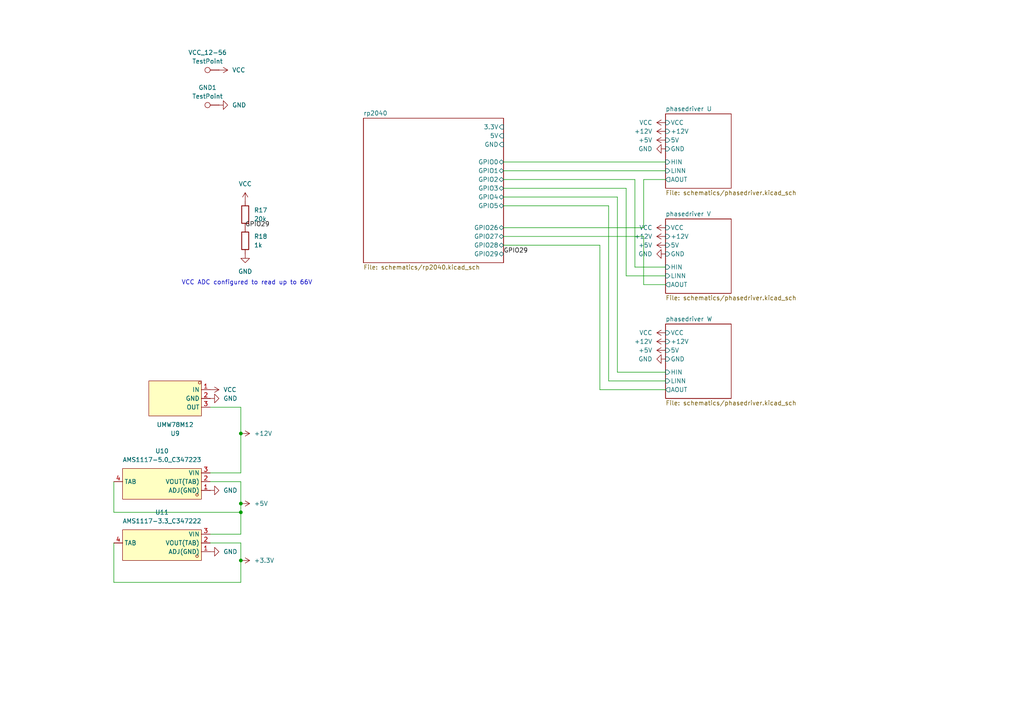
<source format=kicad_sch>
(kicad_sch (version 20250114) (generator "eeschema") (generator_version "9.0")
  (paper "A4")
  (lib_symbols
    (symbol "Connector:TestPoint" (pin_numbers (hide yes)) (pin_names (offset 0.762) (hide yes))
      (property "Reference" "TP" (at 0 6.858 0))
      (property "Value" "TestPoint" (at 0 5.08 0))
      (symbol "TestPoint_0_1"
        (circle (center 0 3.302) (radius 0.762))
      )
      (symbol "TestPoint_1_1"
        (pin passive line (at 0 0 90) (length 2.54) (name "1") (number "1"))
      )
    )
    (symbol "Device:R" (pin_numbers (hide yes)) (pin_names (offset 0))
      (property "Reference" "R" (at 2.032 0 90))
      (property "Value" "R" (at 0 0 90))
      (symbol "R_0_1"
        (rectangle (start -1.016 -2.54) (end 1.016 2.54) (stroke (width 0.254)))
      )
      (symbol "R_1_1"
        (pin passive line (at 0 3.81 270) (length 1.27) (name "~") (number "1"))
        (pin passive line (at 0 -3.81 90) (length 1.27) (name "~") (number "2"))
      )
    )
    (symbol "easyeda2kicad:AMS1117-3.3_C347222"
      (property "Reference" "U" (at 0 7.62 0))
      (property "Value" "AMS1117-3.3_C347222" (at 0 -7.62 0))
      (symbol "AMS1117-3.3_C347222_0_1"
        (rectangle (start -12.7 5.08) (end 10.16 -3.81) (fill (type background)))
        (circle (center -11.43 3.81) (radius 0.38))
        (pin unspecified line (at -15.24 2.54 0) (length 2.54) (name "ADJ(GND)") (number "1"))
        (pin unspecified line (at -15.24 0 0) (length 2.54) (name "VOUT(TAB)") (number "2"))
        (pin unspecified line (at -15.24 -2.54 0) (length 2.54) (name "VIN") (number "3"))
        (pin unspecified line (at 12.7 0 180) (length 2.54) (name "TAB") (number "4"))
      )
    )
    (symbol "easyeda2kicad:AMS1117-5.0_C347223"
      (property "Reference" "U" (at 0 7.62 0))
      (property "Value" "AMS1117-5.0_C347223" (at 0 -7.62 0))
      (symbol "AMS1117-5.0_C347223_0_1"
        (rectangle (start -12.7 5.08) (end 10.16 -3.81) (fill (type background)))
        (circle (center -11.43 3.81) (radius 0.38))
        (pin unspecified line (at -15.24 2.54 0) (length 2.54) (name "ADJ(GND)") (number "1"))
        (pin unspecified line (at -15.24 0 0) (length 2.54) (name "VOUT(TAB)") (number "2"))
        (pin unspecified line (at -15.24 -2.54 0) (length 2.54) (name "VIN") (number "3"))
        (pin unspecified line (at 12.7 0 180) (length 2.54) (name "TAB") (number "4"))
      )
    )
    (symbol "easyeda2kicad:UMW78M12"
      (property "Reference" "U" (at 0 7.62 0))
      (property "Value" "UMW78M12" (at 0 -7.62 0))
      (symbol "UMW78M12_0_1"
        (rectangle (start -5.08 5.08) (end 10.16 -5.08) (fill (type background)))
        (circle (center -4.57 4.57) (radius 0.38))
        (pin unspecified line (at -7.62 2.54 0) (length 2.54) (name "IN") (number "1"))
        (pin unspecified line (at -7.62 0 0) (length 2.54) (name "GND") (number "2"))
        (pin unspecified line (at -7.62 -2.54 0) (length 2.54) (name "OUT") (number "3"))
      )
    )
    (symbol "power:+12V" (power) (pin_numbers (hide yes)) (pin_names (offset 0) (hide yes))
      (property "Value" "+12V" (at 0 3.556 0))
      (symbol "+12V_0_1"
        (polyline (pts (xy -0.762 1.27) (xy 0 2.54)))
        (polyline (pts (xy 0 2.54) (xy 0.762 1.27)))
        (polyline (pts (xy 0 0) (xy 0 2.54)))
      )
      (symbol "+12V_1_1"
        (pin power_in line (at 0 0 90) (length 0) (name "~") (number "1"))
      )
    )
    (symbol "power:+3.3V" (power) (pin_numbers (hide yes)) (pin_names (offset 0) (hide yes))
      (property "Value" "+3.3V" (at 0 3.556 0))
      (symbol "+3.3V_0_1"
        (polyline (pts (xy -0.762 1.27) (xy 0 2.54)))
        (polyline (pts (xy 0 2.54) (xy 0.762 1.27)))
        (polyline (pts (xy 0 0) (xy 0 2.54)))
      )
      (symbol "+3.3V_1_1"
        (pin power_in line (at 0 0 90) (length 0) (name "~") (number "1"))
      )
    )
    (symbol "power:+5V" (power) (pin_numbers (hide yes)) (pin_names (offset 0) (hide yes))
      (property "Value" "+5V" (at 0 3.556 0))
      (symbol "+5V_0_1"
        (polyline (pts (xy -0.762 1.27) (xy 0 2.54)))
        (polyline (pts (xy 0 2.54) (xy 0.762 1.27)))
        (polyline (pts (xy 0 0) (xy 0 2.54)))
      )
      (symbol "+5V_1_1"
        (pin power_in line (at 0 0 90) (length 0) (name "~") (number "1"))
      )
    )
    (symbol "power:GND" (power) (pin_numbers (hide yes)) (pin_names (offset 0) (hide yes))
      (property "Value" "GND" (at 0 -3.81 0))
      (symbol "GND_0_1"
        (polyline (pts (xy 0 0) (xy 0 -1.27) (xy 1.27 -1.27) (xy 0 -2.54) (xy -1.27 -1.27) (xy 0 -1.27)))
      )
      (symbol "GND_1_1"
        (pin power_in line (at 0 0 270) (length 0) (name "~") (number "1"))
      )
    )
    (symbol "power:VCC" (power) (pin_numbers (hide yes)) (pin_names (offset 0) (hide yes))
      (property "Value" "VCC" (at 0 3.556 0))
      (symbol "VCC_0_1"
        (polyline (pts (xy -0.762 1.27) (xy 0 2.54)))
        (polyline (pts (xy 0 2.54) (xy 0.762 1.27)))
        (polyline (pts (xy 0 0) (xy 0 2.54)))
      )
      (symbol "VCC_1_1"
        (pin power_in line (at 0 0 90) (length 0) (name "~") (number "1"))
      )
    )
  )
  (text "VCC ADC configured to read up to 66V" (at 71.628 82.042 0) (effects (font (size 1.27 1.27))))
  (junction (at 69.85 146.05))
  (junction (at 69.85 162.56))
  (junction (at 69.85 148.59))
  (junction (at 69.85 125.73))
  (wire (pts (xy 186.69 52.07) (xy 186.69 66.04)))
  (wire (pts (xy 69.85 157.48) (xy 69.85 162.56)))
  (wire (pts (xy 176.53 59.69) (xy 176.53 110.49)))
  (wire (pts (xy 146.05 52.07) (xy 184.15 52.07)))
  (wire (pts (xy 179.07 107.95) (xy 193.04 107.95)))
  (wire (pts (xy 146.05 59.69) (xy 176.53 59.69)))
  (wire (pts (xy 186.69 82.55) (xy 186.69 68.58)))
  (wire (pts (xy 60.96 154.94) (xy 69.85 154.94)))
  (wire (pts (xy 146.05 57.15) (xy 179.07 57.15)))
  (wire (pts (xy 179.07 57.15) (xy 179.07 107.95)))
  (wire (pts (xy 176.53 110.49) (xy 193.04 110.49)))
  (wire (pts (xy 181.61 54.61) (xy 181.61 80.01)))
  (wire (pts (xy 60.96 139.7) (xy 69.85 139.7)))
  (wire (pts (xy 184.15 52.07) (xy 184.15 77.47)))
  (wire (pts (xy 69.85 148.59) (xy 69.85 154.94)))
  (wire (pts (xy 146.05 46.99) (xy 193.04 46.99)))
  (wire (pts (xy 173.99 113.03) (xy 173.99 71.12)))
  (wire (pts (xy 33.02 148.59) (xy 69.85 148.59)))
  (wire (pts (xy 69.85 125.73) (xy 69.85 137.16)))
  (wire (pts (xy 146.05 68.58) (xy 186.69 68.58)))
  (wire (pts (xy 181.61 80.01) (xy 193.04 80.01)))
  (wire (pts (xy 60.96 157.48) (xy 69.85 157.48)))
  (wire (pts (xy 173.99 71.12) (xy 146.05 71.12)))
  (wire (pts (xy 193.04 82.55) (xy 186.69 82.55)))
  (wire (pts (xy 33.02 139.7) (xy 33.02 148.59)))
  (wire (pts (xy 69.85 148.59) (xy 69.85 146.05)))
  (wire (pts (xy 146.05 49.53) (xy 193.04 49.53)))
  (wire (pts (xy 69.85 162.56) (xy 69.85 168.91)))
  (wire (pts (xy 184.15 77.47) (xy 193.04 77.47)))
  (wire (pts (xy 146.05 54.61) (xy 181.61 54.61)))
  (wire (pts (xy 69.85 146.05) (xy 69.85 139.7)))
  (wire (pts (xy 33.02 168.91) (xy 69.85 168.91)))
  (wire (pts (xy 186.69 66.04) (xy 146.05 66.04)))
  (wire (pts (xy 60.96 118.11) (xy 69.85 118.11)))
  (wire (pts (xy 193.04 113.03) (xy 173.99 113.03)))
  (wire (pts (xy 193.04 52.07) (xy 186.69 52.07)))
  (wire (pts (xy 33.02 168.91) (xy 33.02 157.48)))
  (wire (pts (xy 69.85 118.11) (xy 69.85 125.73)))
  (wire (pts (xy 69.85 137.16) (xy 60.96 137.16)))
  (label "" (at 146.05 73.66 0))
  (label "GPIO29" (at 71.12 66.04 0))
  (label "GPIO29" (at 146.05 73.66 0))
  (symbol (lib_id "power:+5V") (at 69.85 146.05 270) (unit 1)
    (property "Reference" "#PWR010" (effects (hide yes)))
    (property "Value" "+5V" (at 73.66 146.0499 90) (effects (justify left)))
    (property "Description" "Power symbol creates a global label with name \"+5V\"" (effects (hide yes)))
  )
  (symbol (lib_id "power:GND") (at 193.04 104.14 270) (unit 1)
    (property "Reference" "#PWR023" (effects (hide yes)))
    (property "Value" "GND" (at 189.23 104.1399 90) (effects (justify right)))
    (property "Description" "Power symbol creates a global label with name \"GND\" , ground" (effects (hide yes)))
  )
  (symbol (lib_id "power:VCC") (at 193.04 96.52 90) (unit 1)
    (property "Reference" "#PWR020" (effects (hide yes)))
    (property "Value" "VCC" (at 189.23 96.5199 90) (effects (justify left)))
    (property "Description" "Power symbol creates a global label with name \"VCC\"" (effects (hide yes)))
  )
  (symbol (lib_id "power:+12V") (at 69.85 125.73 270) (unit 1)
    (property "Reference" "#PWR09" (effects (hide yes)))
    (property "Value" "+12V" (at 73.66 125.7299 90) (effects (justify left)))
    (property "Description" "Power symbol creates a global label with name \"+12V\"" (effects (hide yes)))
  )
  (symbol (lib_id "power:+5V") (at 193.04 71.12 90) (unit 1)
    (property "Reference" "#PWR017" (effects (hide yes)))
    (property "Value" "+5V" (at 189.23 71.1199 90) (effects (justify left)))
    (property "Description" "Power symbol creates a global label with name \"+5V\"" (effects (hide yes)))
  )
  (symbol (lib_id "power:GND") (at 193.04 43.18 270) (unit 1)
    (property "Reference" "#PWR015" (effects (hide yes)))
    (property "Value" "GND" (at 189.23 43.1799 90) (effects (justify right)))
    (property "Description" "Power symbol creates a global label with name \"GND\" , ground" (effects (hide yes)))
  )
  (symbol (lib_id "power:VCC") (at 60.96 113.03 270) (unit 1)
    (property "Reference" "#PWR05" (effects (hide yes)))
    (property "Value" "VCC" (at 64.77 113.0299 90) (effects (justify left)))
    (property "Description" "Power symbol creates a global label with name \"VCC\"" (effects (hide yes)))
  )
  (symbol (lib_id "power:+3.3V") (at 69.85 162.56 270) (unit 1)
    (property "Reference" "#PWR011" (effects (hide yes)))
    (property "Value" "+3.3V" (at 73.66 162.5599 90) (effects (justify left)))
    (property "Description" "Power symbol creates a global label with name \"+3.3V\"" (effects (hide yes)))
  )
  (symbol (lib_id "power:GND") (at 60.96 142.24 90) (unit 1)
    (property "Reference" "#PWR07" (effects (hide yes)))
    (property "Value" "GND" (at 64.77 142.2399 90) (effects (justify right)))
    (property "Description" "Power symbol creates a global label with name \"GND\" , ground" (effects (hide yes)))
  )
  (symbol (lib_id "power:GND") (at 193.04 73.66 270) (unit 1)
    (property "Reference" "#PWR022" (effects (hide yes)))
    (property "Value" "GND" (at 189.23 73.6599 90) (effects (justify right)))
    (property "Description" "Power symbol creates a global label with name \"GND\" , ground" (effects (hide yes)))
  )
  (symbol (lib_id "power:GND") (at 71.12 73.66 0) (unit 1)
    (property "Reference" "#PWR04" (effects (hide yes)))
    (property "Value" "GND" (at 71.12 78.74 0))
    (property "Description" "Power symbol creates a global label with name \"GND\" , ground" (effects (hide yes)))
  )
  (symbol (lib_id "power:+5V") (at 193.04 40.64 90) (unit 1)
    (property "Reference" "#PWR016" (effects (hide yes)))
    (property "Value" "+5V" (at 189.23 40.6399 90) (effects (justify left)))
    (property "Description" "Power symbol creates a global label with name \"+5V\"" (effects (hide yes)))
  )
  (symbol (lib_id "easyeda2kicad:AMS1117-5.0_C347223") (at 45.72 139.7 180) (unit 1)
    (property "Reference" "U10" (at 46.99 130.81 0))
    (property "Value" "AMS1117-5.0_C347223" (at 46.99 133.35 0))
    (property "Footprint" "easyeda2kicad:SOT-223_L6.7-W3.5-P2.30-BR" (effects (hide yes)))
    (property "Datasheet" "https://lcsc.com/product-detail/Others_Youtai-Semiconductor-Co-Ltd-AMS1117-5-0_C347223.html" (effects (hide yes)))
    (property "LCSC Part" "C347223" (effects (hide yes)))
  )
  (symbol (lib_id "power:+5V") (at 193.04 101.6 90) (unit 1)
    (property "Reference" "#PWR021" (effects (hide yes)))
    (property "Value" "+5V" (at 189.23 101.5999 90) (effects (justify left)))
    (property "Description" "Power symbol creates a global label with name \"+5V\"" (effects (hide yes)))
  )
  (symbol (lib_id "power:GND") (at 60.96 160.02 90) (unit 1)
    (property "Reference" "#PWR08" (effects (hide yes)))
    (property "Value" "GND" (at 64.77 160.0199 90) (effects (justify right)))
    (property "Description" "Power symbol creates a global label with name \"GND\" , ground" (effects (hide yes)))
  )
  (symbol (lib_id "power:VCC") (at 63.5 20.32 270) (unit 1)
    (property "Reference" "#PWR01" (effects (hide yes)))
    (property "Value" "VCC" (at 67.31 20.3199 90) (effects (justify left)))
    (property "Description" "Power symbol creates a global label with name \"VCC\"" (effects (hide yes)))
  )
  (symbol (lib_id "power:VCC") (at 193.04 35.56 90) (unit 1)
    (property "Reference" "#PWR018" (effects (hide yes)))
    (property "Value" "VCC" (at 189.23 35.5599 90) (effects (justify left)))
    (property "Description" "Power symbol creates a global label with name \"VCC\"" (effects (hide yes)))
  )
  (symbol (lib_id "power:+12V") (at 193.04 99.06 90) (unit 1)
    (property "Reference" "#PWR014" (effects (hide yes)))
    (property "Value" "+12V" (at 189.23 99.0599 90) (effects (justify left)))
    (property "Description" "Power symbol creates a global label with name \"+12V\"" (effects (hide yes)))
  )
  (symbol (lib_id "Device:R") (at 71.12 69.85 0) (unit 1)
    (property "Reference" "R18" (at 73.66 68.5799 0) (effects (justify left)))
    (property "Value" "1k" (at 73.66 71.1199 0) (effects (justify left)))
    (property "Footprint" "Resistor_SMD:R_0603_1608Metric" (effects (hide yes)))
    (property "Description" "Resistor" (effects (hide yes)))
  )
  (symbol (lib_id "Device:R") (at 71.12 62.23 0) (unit 1)
    (property "Reference" "R17" (at 73.66 60.9599 0) (effects (justify left)))
    (property "Value" "20k" (at 73.66 63.4999 0) (effects (justify left)))
    (property "Footprint" "Resistor_SMD:R_0603_1608Metric" (effects (hide yes)))
    (property "Description" "Resistor" (effects (hide yes)))
  )
  (symbol (lib_id "power:GND") (at 63.5 30.48 90) (unit 1)
    (property "Reference" "#PWR02" (effects (hide yes)))
    (property "Value" "GND" (at 67.31 30.4799 90) (effects (justify right)))
    (property "Description" "Power symbol creates a global label with name \"GND\" , ground" (effects (hide yes)))
  )
  (symbol (lib_id "Connector:TestPoint") (at 63.5 30.48 90) (unit 1)
    (property "Reference" "GND1" (at 60.198 25.4 90))
    (property "Value" "TestPoint" (at 60.198 27.94 90))
    (property "Footprint" "TestPoint:TestPoint_Pad_4.0x4.0mm" (effects (hide yes)))
    (property "Description" "test point" (effects (hide yes)))
  )
  (symbol (lib_id "power:VCC") (at 193.04 66.04 90) (unit 1)
    (property "Reference" "#PWR019" (effects (hide yes)))
    (property "Value" "VCC" (at 189.23 66.0399 90) (effects (justify left)))
    (property "Description" "Power symbol creates a global label with name \"VCC\"" (effects (hide yes)))
  )
  (symbol (lib_id "Connector:TestPoint") (at 63.5 20.32 90) (unit 1)
    (property "Reference" "VCC_12-56" (at 60.198 15.24 90))
    (property "Value" "TestPoint" (at 60.198 17.78 90))
    (property "Footprint" "TestPoint:TestPoint_Pad_4.0x4.0mm" (effects (hide yes)))
    (property "Description" "test point" (effects (hide yes)))
  )
  (symbol (lib_id "power:GND") (at 60.96 115.57 90) (unit 1)
    (property "Reference" "#PWR06" (effects (hide yes)))
    (property "Value" "GND" (at 64.77 115.5699 90) (effects (justify right)))
    (property "Description" "Power symbol creates a global label with name \"GND\" , ground" (effects (hide yes)))
  )
  (symbol (lib_id "power:VCC") (at 71.12 58.42 0) (unit 1)
    (property "Reference" "#PWR03" (effects (hide yes)))
    (property "Value" "VCC" (at 71.12 53.34 0))
    (property "Description" "Power symbol creates a global label with name \"VCC\"" (effects (hide yes)))
  )
  (symbol (lib_id "easyeda2kicad:UMW78M12") (at 53.34 115.57 0) (mirror y) (unit 1)
    (property "Reference" "U9" (at 50.8 125.73 0))
    (property "Value" "UMW78M12" (at 50.8 123.19 0))
    (property "Footprint" "easyeda2kicad:TO-252-2_L6.6-W6.1-P4.57-LS9.9-BR-CW" (effects (hide yes)))
    (property "Datasheet" "https://lcsc.com/product-detail/Others_Youtai-Semiconductor-Co-Ltd-UMW78M12-1-2A_C347282.html" (effects (hide yes)))
    (property "LCSC Part" "C347282" (effects (hide yes)))
  )
  (symbol (lib_id "power:+12V") (at 193.04 38.1 90) (unit 1)
    (property "Reference" "#PWR012" (effects (hide yes)))
    (property "Value" "+12V" (at 189.23 38.0999 90) (effects (justify left)))
    (property "Description" "Power symbol creates a global label with name \"+12V\"" (effects (hide yes)))
  )
  (symbol (lib_id "easyeda2kicad:AMS1117-3.3_C347222") (at 45.72 157.48 180) (unit 1)
    (property "Reference" "U11" (at 46.99 148.59 0))
    (property "Value" "AMS1117-3.3_C347222" (at 46.99 151.13 0))
    (property "Footprint" "easyeda2kicad:SOT-223-4_L6.5-W3.5-P2.30-LS7.0-BR" (effects (hide yes)))
    (property "Datasheet" "https://lcsc.com/product-detail/Others_Youtai-Semiconductor-Co-Ltd-AMS1117-3-3_C347222.html" (effects (hide yes)))
    (property "LCSC Part" "C347222" (effects (hide yes)))
  )
  (symbol (lib_id "power:+12V") (at 193.04 68.58 90) (unit 1)
    (property "Reference" "#PWR013" (effects (hide yes)))
    (property "Value" "+12V" (at 189.23 68.5799 90) (effects (justify left)))
    (property "Description" "Power symbol creates a global label with name \"+12V\"" (effects (hide yes)))
  )
  (sheet (at 193.04 33.02) (size 19.05 21.59) (stroke (width 0.1524))
    (property "Sheetname" "phasedriver U" (at 193.04 32.3084 0) (effects (justify left bottom)))
    (property "Sheetfile" "schematics/phasedriver.kicad_sch" (at 193.04 55.1946 0) (effects (justify left top)))
    (pin "+12V" input (at 193.04 38.1 180))
    (pin "GND" input (at 193.04 43.18 180))
    (pin "HIN" input (at 193.04 46.99 180))
    (pin "LINN" input (at 193.04 49.53 180))
    (pin "VCC" input (at 193.04 35.56 180))
    (pin "5V" input (at 193.04 40.64 180))
    (pin "AOUT" output (at 193.04 52.07 180))
  )
  (sheet (at 193.04 63.5) (size 19.05 21.59) (stroke (width 0.1524))
    (property "Sheetname" "phasedriver V" (at 193.04 62.7884 0) (effects (justify left bottom)))
    (property "Sheetfile" "schematics/phasedriver.kicad_sch" (at 193.04 85.6746 0) (effects (justify left top)))
    (pin "+12V" input (at 193.04 68.58 180))
    (pin "GND" input (at 193.04 73.66 180))
    (pin "HIN" input (at 193.04 77.47 180))
    (pin "LINN" input (at 193.04 80.01 180))
    (pin "VCC" input (at 193.04 66.04 180))
    (pin "5V" input (at 193.04 71.12 180))
    (pin "AOUT" output (at 193.04 82.55 180))
  )
  (sheet (at 193.04 93.98) (size 19.05 21.59) (stroke (width 0.1524))
    (property "Sheetname" "phasedriver W" (at 193.04 93.2684 0) (effects (justify left bottom)))
    (property "Sheetfile" "schematics/phasedriver.kicad_sch" (at 193.04 116.1546 0) (effects (justify left top)))
    (pin "+12V" input (at 193.04 99.06 180))
    (pin "GND" input (at 193.04 104.14 180))
    (pin "HIN" input (at 193.04 107.95 180))
    (pin "LINN" input (at 193.04 110.49 180))
    (pin "VCC" input (at 193.04 96.52 180))
    (pin "5V" input (at 193.04 101.6 180))
    (pin "AOUT" output (at 193.04 113.03 180))
  )
  (sheet (at 105.41 34.29) (size 40.64 41.91) (stroke (width 0.1524))
    (property "Sheetname" "rp2040" (at 105.41 33.5784 0) (effects (justify left bottom)))
    (property "Sheetfile" "schematics/rp2040.kicad_sch" (at 105.41 76.7846 0) (effects (justify left top)))
    (pin "GPIO26" bidirectional (at 146.05 66.04 0))
    (pin "GPIO27" bidirectional (at 146.05 68.58 0))
    (pin "GPIO28" bidirectional (at 146.05 71.12 0))
    (pin "GPIO29" bidirectional (at 146.05 73.66 0))
    (pin "3.3V" input (at 146.05 36.83 0))
    (pin "5V" input (at 146.05 39.37 0))
    (pin "GND" input (at 146.05 41.91 0))
    (pin "GPIO0" bidirectional (at 146.05 46.99 0))
    (pin "GPIO1" bidirectional (at 146.05 49.53 0))
    (pin "GPIO2" bidirectional (at 146.05 52.07 0))
    (pin "GPIO3" bidirectional (at 146.05 54.61 0))
    (pin "GPIO4" bidirectional (at 146.05 57.15 0))
    (pin "GPIO5" bidirectional (at 146.05 59.69 0))
  )
)
</source>
